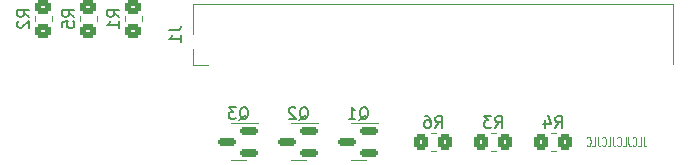
<source format=gbo>
G04 #@! TF.GenerationSoftware,KiCad,Pcbnew,(6.0.6)*
G04 #@! TF.CreationDate,2022-08-10T20:14:49+02:00*
G04 #@! TF.ProjectId,joystick,6a6f7973-7469-4636-9b2e-6b696361645f,rev?*
G04 #@! TF.SameCoordinates,Original*
G04 #@! TF.FileFunction,Legend,Bot*
G04 #@! TF.FilePolarity,Positive*
%FSLAX46Y46*%
G04 Gerber Fmt 4.6, Leading zero omitted, Abs format (unit mm)*
G04 Created by KiCad (PCBNEW (6.0.6)) date 2022-08-10 20:14:49*
%MOMM*%
%LPD*%
G01*
G04 APERTURE LIST*
G04 Aperture macros list*
%AMRoundRect*
0 Rectangle with rounded corners*
0 $1 Rounding radius*
0 $2 $3 $4 $5 $6 $7 $8 $9 X,Y pos of 4 corners*
0 Add a 4 corners polygon primitive as box body*
4,1,4,$2,$3,$4,$5,$6,$7,$8,$9,$2,$3,0*
0 Add four circle primitives for the rounded corners*
1,1,$1+$1,$2,$3*
1,1,$1+$1,$4,$5*
1,1,$1+$1,$6,$7*
1,1,$1+$1,$8,$9*
0 Add four rect primitives between the rounded corners*
20,1,$1+$1,$2,$3,$4,$5,0*
20,1,$1+$1,$4,$5,$6,$7,0*
20,1,$1+$1,$6,$7,$8,$9,0*
20,1,$1+$1,$8,$9,$2,$3,0*%
G04 Aperture macros list end*
%ADD10C,0.062500*%
%ADD11C,0.150000*%
%ADD12C,0.120000*%
%ADD13R,1.700000X1.700000*%
%ADD14O,1.700000X1.700000*%
%ADD15C,3.000000*%
%ADD16RoundRect,0.250000X0.350000X0.450000X-0.350000X0.450000X-0.350000X-0.450000X0.350000X-0.450000X0*%
%ADD17RoundRect,0.250000X-0.450000X0.350000X-0.450000X-0.350000X0.450000X-0.350000X0.450000X0.350000X0*%
%ADD18RoundRect,0.150000X0.587500X0.150000X-0.587500X0.150000X-0.587500X-0.150000X0.587500X-0.150000X0*%
G04 APERTURE END LIST*
D10*
X162583523Y-102431904D02*
X162583523Y-103003333D01*
X162607333Y-103117619D01*
X162654952Y-103193809D01*
X162726380Y-103231904D01*
X162774000Y-103231904D01*
X162107333Y-103231904D02*
X162345428Y-103231904D01*
X162345428Y-102431904D01*
X161654952Y-103155714D02*
X161678761Y-103193809D01*
X161750190Y-103231904D01*
X161797809Y-103231904D01*
X161869238Y-103193809D01*
X161916857Y-103117619D01*
X161940666Y-103041428D01*
X161964476Y-102889047D01*
X161964476Y-102774761D01*
X161940666Y-102622380D01*
X161916857Y-102546190D01*
X161869238Y-102470000D01*
X161797809Y-102431904D01*
X161750190Y-102431904D01*
X161678761Y-102470000D01*
X161654952Y-102508095D01*
X161297809Y-102431904D02*
X161297809Y-103003333D01*
X161321619Y-103117619D01*
X161369238Y-103193809D01*
X161440666Y-103231904D01*
X161488285Y-103231904D01*
X160821619Y-103231904D02*
X161059714Y-103231904D01*
X161059714Y-102431904D01*
X160369238Y-103155714D02*
X160393047Y-103193809D01*
X160464476Y-103231904D01*
X160512095Y-103231904D01*
X160583523Y-103193809D01*
X160631142Y-103117619D01*
X160654952Y-103041428D01*
X160678761Y-102889047D01*
X160678761Y-102774761D01*
X160654952Y-102622380D01*
X160631142Y-102546190D01*
X160583523Y-102470000D01*
X160512095Y-102431904D01*
X160464476Y-102431904D01*
X160393047Y-102470000D01*
X160369238Y-102508095D01*
X160012095Y-102431904D02*
X160012095Y-103003333D01*
X160035904Y-103117619D01*
X160083523Y-103193809D01*
X160154952Y-103231904D01*
X160202571Y-103231904D01*
X159535904Y-103231904D02*
X159774000Y-103231904D01*
X159774000Y-102431904D01*
X159083523Y-103155714D02*
X159107333Y-103193809D01*
X159178761Y-103231904D01*
X159226380Y-103231904D01*
X159297809Y-103193809D01*
X159345428Y-103117619D01*
X159369238Y-103041428D01*
X159393047Y-102889047D01*
X159393047Y-102774761D01*
X159369238Y-102622380D01*
X159345428Y-102546190D01*
X159297809Y-102470000D01*
X159226380Y-102431904D01*
X159178761Y-102431904D01*
X159107333Y-102470000D01*
X159083523Y-102508095D01*
X158726380Y-102431904D02*
X158726380Y-103003333D01*
X158750190Y-103117619D01*
X158797809Y-103193809D01*
X158869238Y-103231904D01*
X158916857Y-103231904D01*
X158250190Y-103231904D02*
X158488285Y-103231904D01*
X158488285Y-102431904D01*
X157797809Y-103155714D02*
X157821619Y-103193809D01*
X157893047Y-103231904D01*
X157940666Y-103231904D01*
X158012095Y-103193809D01*
X158059714Y-103117619D01*
X158083523Y-103041428D01*
X158107333Y-102889047D01*
X158107333Y-102774761D01*
X158083523Y-102622380D01*
X158059714Y-102546190D01*
X158012095Y-102470000D01*
X157940666Y-102431904D01*
X157893047Y-102431904D01*
X157821619Y-102470000D01*
X157797809Y-102508095D01*
D11*
X122412380Y-93412666D02*
X123126666Y-93412666D01*
X123269523Y-93365047D01*
X123364761Y-93269809D01*
X123412380Y-93126952D01*
X123412380Y-93031714D01*
X123412380Y-94412666D02*
X123412380Y-93841238D01*
X123412380Y-94126952D02*
X122412380Y-94126952D01*
X122555238Y-94031714D01*
X122650476Y-93936476D01*
X122698095Y-93841238D01*
X144946666Y-101672380D02*
X145280000Y-101196190D01*
X145518095Y-101672380D02*
X145518095Y-100672380D01*
X145137142Y-100672380D01*
X145041904Y-100720000D01*
X144994285Y-100767619D01*
X144946666Y-100862857D01*
X144946666Y-101005714D01*
X144994285Y-101100952D01*
X145041904Y-101148571D01*
X145137142Y-101196190D01*
X145518095Y-101196190D01*
X144089523Y-100672380D02*
X144280000Y-100672380D01*
X144375238Y-100720000D01*
X144422857Y-100767619D01*
X144518095Y-100910476D01*
X144565714Y-101100952D01*
X144565714Y-101481904D01*
X144518095Y-101577142D01*
X144470476Y-101624761D01*
X144375238Y-101672380D01*
X144184761Y-101672380D01*
X144089523Y-101624761D01*
X144041904Y-101577142D01*
X143994285Y-101481904D01*
X143994285Y-101243809D01*
X144041904Y-101148571D01*
X144089523Y-101100952D01*
X144184761Y-101053333D01*
X144375238Y-101053333D01*
X144470476Y-101100952D01*
X144518095Y-101148571D01*
X144565714Y-101243809D01*
X114372380Y-92273333D02*
X113896190Y-91940000D01*
X114372380Y-91701904D02*
X113372380Y-91701904D01*
X113372380Y-92082857D01*
X113420000Y-92178095D01*
X113467619Y-92225714D01*
X113562857Y-92273333D01*
X113705714Y-92273333D01*
X113800952Y-92225714D01*
X113848571Y-92178095D01*
X113896190Y-92082857D01*
X113896190Y-91701904D01*
X113372380Y-93178095D02*
X113372380Y-92701904D01*
X113848571Y-92654285D01*
X113800952Y-92701904D01*
X113753333Y-92797142D01*
X113753333Y-93035238D01*
X113800952Y-93130476D01*
X113848571Y-93178095D01*
X113943809Y-93225714D01*
X114181904Y-93225714D01*
X114277142Y-93178095D01*
X114324761Y-93130476D01*
X114372380Y-93035238D01*
X114372380Y-92797142D01*
X114324761Y-92701904D01*
X114277142Y-92654285D01*
X155106666Y-101672380D02*
X155440000Y-101196190D01*
X155678095Y-101672380D02*
X155678095Y-100672380D01*
X155297142Y-100672380D01*
X155201904Y-100720000D01*
X155154285Y-100767619D01*
X155106666Y-100862857D01*
X155106666Y-101005714D01*
X155154285Y-101100952D01*
X155201904Y-101148571D01*
X155297142Y-101196190D01*
X155678095Y-101196190D01*
X154249523Y-101005714D02*
X154249523Y-101672380D01*
X154487619Y-100624761D02*
X154725714Y-101339047D01*
X154106666Y-101339047D01*
X150026666Y-101672380D02*
X150360000Y-101196190D01*
X150598095Y-101672380D02*
X150598095Y-100672380D01*
X150217142Y-100672380D01*
X150121904Y-100720000D01*
X150074285Y-100767619D01*
X150026666Y-100862857D01*
X150026666Y-101005714D01*
X150074285Y-101100952D01*
X150121904Y-101148571D01*
X150217142Y-101196190D01*
X150598095Y-101196190D01*
X149693333Y-100672380D02*
X149074285Y-100672380D01*
X149407619Y-101053333D01*
X149264761Y-101053333D01*
X149169523Y-101100952D01*
X149121904Y-101148571D01*
X149074285Y-101243809D01*
X149074285Y-101481904D01*
X149121904Y-101577142D01*
X149169523Y-101624761D01*
X149264761Y-101672380D01*
X149550476Y-101672380D01*
X149645714Y-101624761D01*
X149693333Y-101577142D01*
X110562380Y-92273333D02*
X110086190Y-91940000D01*
X110562380Y-91701904D02*
X109562380Y-91701904D01*
X109562380Y-92082857D01*
X109610000Y-92178095D01*
X109657619Y-92225714D01*
X109752857Y-92273333D01*
X109895714Y-92273333D01*
X109990952Y-92225714D01*
X110038571Y-92178095D01*
X110086190Y-92082857D01*
X110086190Y-91701904D01*
X109657619Y-92654285D02*
X109610000Y-92701904D01*
X109562380Y-92797142D01*
X109562380Y-93035238D01*
X109610000Y-93130476D01*
X109657619Y-93178095D01*
X109752857Y-93225714D01*
X109848095Y-93225714D01*
X109990952Y-93178095D01*
X110562380Y-92606666D01*
X110562380Y-93225714D01*
X118182380Y-92273333D02*
X117706190Y-91940000D01*
X118182380Y-91701904D02*
X117182380Y-91701904D01*
X117182380Y-92082857D01*
X117230000Y-92178095D01*
X117277619Y-92225714D01*
X117372857Y-92273333D01*
X117515714Y-92273333D01*
X117610952Y-92225714D01*
X117658571Y-92178095D01*
X117706190Y-92082857D01*
X117706190Y-91701904D01*
X118182380Y-93225714D02*
X118182380Y-92654285D01*
X118182380Y-92940000D02*
X117182380Y-92940000D01*
X117325238Y-92844761D01*
X117420476Y-92749523D01*
X117468095Y-92654285D01*
X128365238Y-101017619D02*
X128460476Y-100970000D01*
X128555714Y-100874761D01*
X128698571Y-100731904D01*
X128793809Y-100684285D01*
X128889047Y-100684285D01*
X128841428Y-100922380D02*
X128936666Y-100874761D01*
X129031904Y-100779523D01*
X129079523Y-100589047D01*
X129079523Y-100255714D01*
X129031904Y-100065238D01*
X128936666Y-99970000D01*
X128841428Y-99922380D01*
X128650952Y-99922380D01*
X128555714Y-99970000D01*
X128460476Y-100065238D01*
X128412857Y-100255714D01*
X128412857Y-100589047D01*
X128460476Y-100779523D01*
X128555714Y-100874761D01*
X128650952Y-100922380D01*
X128841428Y-100922380D01*
X128079523Y-99922380D02*
X127460476Y-99922380D01*
X127793809Y-100303333D01*
X127650952Y-100303333D01*
X127555714Y-100350952D01*
X127508095Y-100398571D01*
X127460476Y-100493809D01*
X127460476Y-100731904D01*
X127508095Y-100827142D01*
X127555714Y-100874761D01*
X127650952Y-100922380D01*
X127936666Y-100922380D01*
X128031904Y-100874761D01*
X128079523Y-100827142D01*
X133445238Y-101017619D02*
X133540476Y-100970000D01*
X133635714Y-100874761D01*
X133778571Y-100731904D01*
X133873809Y-100684285D01*
X133969047Y-100684285D01*
X133921428Y-100922380D02*
X134016666Y-100874761D01*
X134111904Y-100779523D01*
X134159523Y-100589047D01*
X134159523Y-100255714D01*
X134111904Y-100065238D01*
X134016666Y-99970000D01*
X133921428Y-99922380D01*
X133730952Y-99922380D01*
X133635714Y-99970000D01*
X133540476Y-100065238D01*
X133492857Y-100255714D01*
X133492857Y-100589047D01*
X133540476Y-100779523D01*
X133635714Y-100874761D01*
X133730952Y-100922380D01*
X133921428Y-100922380D01*
X133111904Y-100017619D02*
X133064285Y-99970000D01*
X132969047Y-99922380D01*
X132730952Y-99922380D01*
X132635714Y-99970000D01*
X132588095Y-100017619D01*
X132540476Y-100112857D01*
X132540476Y-100208095D01*
X132588095Y-100350952D01*
X133159523Y-100922380D01*
X132540476Y-100922380D01*
X138525238Y-101017619D02*
X138620476Y-100970000D01*
X138715714Y-100874761D01*
X138858571Y-100731904D01*
X138953809Y-100684285D01*
X139049047Y-100684285D01*
X139001428Y-100922380D02*
X139096666Y-100874761D01*
X139191904Y-100779523D01*
X139239523Y-100589047D01*
X139239523Y-100255714D01*
X139191904Y-100065238D01*
X139096666Y-99970000D01*
X139001428Y-99922380D01*
X138810952Y-99922380D01*
X138715714Y-99970000D01*
X138620476Y-100065238D01*
X138572857Y-100255714D01*
X138572857Y-100589047D01*
X138620476Y-100779523D01*
X138715714Y-100874761D01*
X138810952Y-100922380D01*
X139001428Y-100922380D01*
X137620476Y-100922380D02*
X138191904Y-100922380D01*
X137906190Y-100922380D02*
X137906190Y-99922380D01*
X138001428Y-100065238D01*
X138096666Y-100160476D01*
X138191904Y-100208095D01*
D12*
X124460000Y-91206000D02*
X124460000Y-93746000D01*
X124400000Y-95016000D02*
X124400000Y-96346000D01*
X124400000Y-96346000D02*
X125730000Y-96346000D01*
X124460000Y-91206000D02*
X165100000Y-91206000D01*
X165100000Y-91206000D02*
X165100000Y-96286000D01*
X145007064Y-102135000D02*
X144552936Y-102135000D01*
X145007064Y-103605000D02*
X144552936Y-103605000D01*
X114835000Y-92212936D02*
X114835000Y-92667064D01*
X116305000Y-92212936D02*
X116305000Y-92667064D01*
X155167064Y-102135000D02*
X154712936Y-102135000D01*
X155167064Y-103605000D02*
X154712936Y-103605000D01*
X150087064Y-102135000D02*
X149632936Y-102135000D01*
X150087064Y-103605000D02*
X149632936Y-103605000D01*
X111025000Y-92212936D02*
X111025000Y-92667064D01*
X112495000Y-92212936D02*
X112495000Y-92667064D01*
X118645000Y-92212936D02*
X118645000Y-92667064D01*
X120115000Y-92212936D02*
X120115000Y-92667064D01*
X128270000Y-101310000D02*
X127620000Y-101310000D01*
X128270000Y-104430000D02*
X127620000Y-104430000D01*
X128270000Y-101310000D02*
X129945000Y-101310000D01*
X128270000Y-104430000D02*
X128920000Y-104430000D01*
X133350000Y-101310000D02*
X132700000Y-101310000D01*
X133350000Y-104430000D02*
X132700000Y-104430000D01*
X133350000Y-101310000D02*
X135025000Y-101310000D01*
X133350000Y-104430000D02*
X134000000Y-104430000D01*
X138430000Y-101310000D02*
X137780000Y-101310000D01*
X138430000Y-104430000D02*
X137780000Y-104430000D01*
X138430000Y-101310000D02*
X140105000Y-101310000D01*
X138430000Y-104430000D02*
X139080000Y-104430000D01*
%LPC*%
D13*
X125730000Y-95016000D03*
D14*
X125730000Y-92476000D03*
X128270000Y-95016000D03*
X128270000Y-92476000D03*
X130810000Y-95016000D03*
X130810000Y-92476000D03*
X133350000Y-95016000D03*
X133350000Y-92476000D03*
X135890000Y-95016000D03*
X135890000Y-92476000D03*
X138430000Y-95016000D03*
X138430000Y-92476000D03*
X140970000Y-95016000D03*
X140970000Y-92476000D03*
X143510000Y-95016000D03*
X143510000Y-92476000D03*
X146050000Y-95016000D03*
X146050000Y-92476000D03*
X148590000Y-95016000D03*
X148590000Y-92476000D03*
X151130000Y-95016000D03*
X151130000Y-92476000D03*
X153670000Y-95016000D03*
X153670000Y-92476000D03*
X156210000Y-95016000D03*
X156210000Y-92476000D03*
X158750000Y-95016000D03*
X158750000Y-92476000D03*
X161290000Y-95016000D03*
X161290000Y-92476000D03*
X163830000Y-95016000D03*
X163830000Y-92476000D03*
D15*
X130980000Y-97790000D03*
X134980000Y-97790000D03*
X138980000Y-97790000D03*
X145480000Y-97790000D03*
X149480000Y-97790000D03*
X153480000Y-97790000D03*
X157480000Y-97790000D03*
D16*
X145780000Y-102870000D03*
X143780000Y-102870000D03*
D17*
X115570000Y-91440000D03*
X115570000Y-93440000D03*
D16*
X155940000Y-102870000D03*
X153940000Y-102870000D03*
X150860000Y-102870000D03*
X148860000Y-102870000D03*
D17*
X111760000Y-91440000D03*
X111760000Y-93440000D03*
X119380000Y-91440000D03*
X119380000Y-93440000D03*
D18*
X129207500Y-101920000D03*
X129207500Y-103820000D03*
X127332500Y-102870000D03*
X134287500Y-101920000D03*
X134287500Y-103820000D03*
X132412500Y-102870000D03*
X139367500Y-101920000D03*
X139367500Y-103820000D03*
X137492500Y-102870000D03*
D14*
X119380000Y-102870000D03*
X119380000Y-100330000D03*
D13*
X119380000Y-97790000D03*
D14*
X115570000Y-102885000D03*
X115570000Y-100345000D03*
D13*
X115570000Y-97805000D03*
D14*
X111760000Y-102885000D03*
X111760000Y-100345000D03*
D13*
X111760000Y-97805000D03*
M02*

</source>
